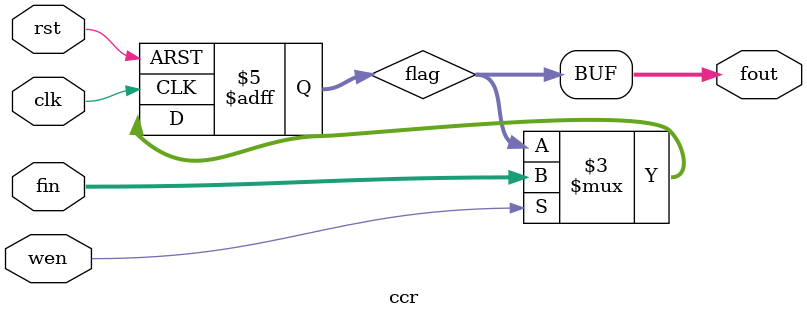
<source format=v>
`timescale 1ns / 1ps
module ccr(fout,wen,clk,rst,fin);
output [3:0] fout;
input wen,clk,rst;
input [3:0] fin;
reg [3:0] flag;

always @(posedge clk or negedge rst) begin
    if(!rst)begin
        flag<=4'b0;
    end
    else if(wen) begin
        flag<=fin;
        end
end
assign fout = flag;
endmodule

</source>
